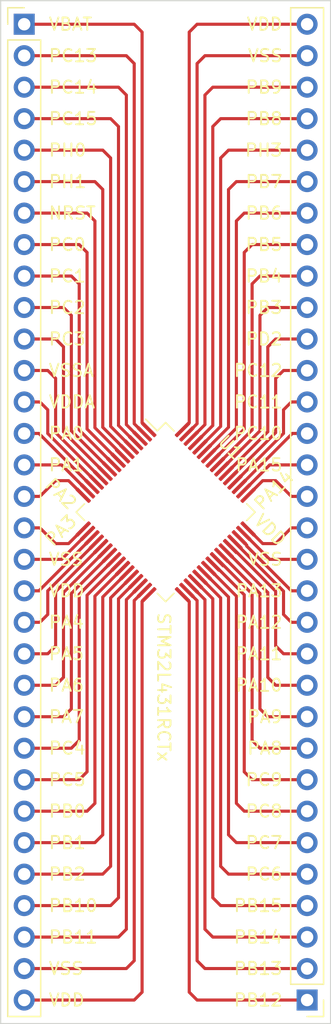
<source format=kicad_pcb>
(kicad_pcb (version 20211014) (generator pcbnew)
  (layers (0 "F.Cu" signal) (31 "B.Cu" signal) (34 "B.Paste" user) (35 "F.Paste" user) (36 "B.SilkS" user "B.Silkscreen") (37 "F.SilkS" user "F.Silkscreen") (38 "B.Mask" user) (39 "F.Mask" user) (44 "Edge.Cuts" user))
  (net 0 "")
  (net 1 "10")
  (net 2 "11")
  (net 3 "12")
  (net 4 "13")
  (net 5 "14")
  (net 6 "15")
  (net 7 "16")
  (net 8 "17")
  (net 9 "18")
  (net 10 "19")
  (net 11 "20")
  (net 12 "24")
  (net 13 "22")
  (net 14 "23")
  (net 15 "25")
  (net 16 "26")
  (net 17 "27")
  (net 18 "28")
  (net 19 "29")
  (net 20 "30")
  (net 21 "31")
  (net 22 "32")
  (net 23 "33")
  (net 24 "34")
  (net 25 "35")
  (net 26 "36")
  (net 27 "37")
  (net 28 "38")
  (net 29 "39")
  (net 30 "40")
  (net 31 "41")
  (net 32 "42")
  (net 33 "43")
  (net 34 "44")
  (net 35 "45")
  (net 36 "46")
  (net 37 "47")
  (net 38 "48")
  (net 39 "49")
  (net 40 "50")
  (net 41 "51")
  (net 42 "52")
  (net 43 "53")
  (net 44 "54")
  (net 45 "55")
  (net 46 "56")
  (net 47 "57")
  (net 48 "58")
  (net 49 "59")
  (net 50 "60")
  (net 51 "61")
  (net 52 "62")
  (net 53 "63")
  (net 54 "64")
  (net 55 "01")
  (net 56 "02")
  (net 57 "03")
  (net 58 "04")
  (net 59 "05")
  (net 60 "06")
  (net 61 "07")
  (net 62 "08")
  (net 63 "09")
  (net 64 "21")
  (footprint "Connector_PinHeader_2.54mm:PinHeader_1x32_P2.54mm_Vertical" (layer "F.Cu") (at 152.4 149.86 180)
    (fp_text reference "J2" hide)
    (fp_text value "Conn_01x32_Male" hide)
    (fp_line (start -1.33 0) (end -1.33 -1.33) (layer "F.SilkS") (width 0.12))
    (fp_line (start -1.33 1.27) (end 1.33 1.27) (layer "F.SilkS") (width 0.12))
    (fp_line (start -1.33 -1.33) (end 0 -1.33) (layer "F.SilkS") (width 0.12))
    (fp_line (start -1.33 80.07) (end 1.33 80.07) (layer "F.SilkS") (width 0.12))
    (fp_line (start 1.33 1.27) (end 1.33 80.07) (layer "F.SilkS") (width 0.12))
    (fp_line (start -1.33 1.27) (end -1.33 80.07) (layer "F.SilkS") (width 0.12))
    (pad "1" thru_hole rect (at 0 0 180) (size 1.7 1.7) (drill 1) (layers *.Cu *.Mask) (net 23 "33"))
    (pad "2" thru_hole oval (at 0 2.54 180) (size 1.7 1.7) (drill 1) (layers *.Cu *.Mask) (net 24 "34"))
    (pad "3" thru_hole oval (at 0 5.08 180) (size 1.7 1.7) (drill 1) (layers *.Cu *.Mask) (net 25 "35"))
    (pad "4" thru_hole oval (at 0 7.62 180) (size 1.7 1.7) (drill 1) (layers *.Cu *.Mask) (net 26 "36"))
    (pad "5" thru_hole oval (at 0 10.16 180) (size 1.7 1.7) (drill 1) (layers *.Cu *.Mask) (net 27 "37"))
    (pad "6" thru_hole oval (at 0 12.7 180) (size 1.7 1.7) (drill 1) (layers *.Cu *.Mask) (net 28 "38"))
    (pad "7" thru_hole oval (at 0 15.24 180) (size 1.7 1.7) (drill 1) (layers *.Cu *.Mask) (net 29 "39"))
    (pad "8" thru_hole oval (at 0 17.78 180) (size 1.7 1.7) (drill 1) (layers *.Cu *.Mask) (net 30 "40"))
    (pad "9" thru_hole oval (at 0 20.32 180) (size 1.7 1.7) (drill 1) (layers *.Cu *.Mask) (net 31 "41"))
    (pad "10" thru_hole oval (at 0 22.86 180) (size 1.7 1.7) (drill 1) (layers *.Cu *.Mask) (net 32 "42"))
    (pad "11" thru_hole oval (at 0 25.4 180) (size 1.7 1.7) (drill 1) (layers *.Cu *.Mask) (net 33 "43"))
    (pad "12" thru_hole oval (at 0 27.94 180) (size 1.7 1.7) (drill 1) (layers *.Cu *.Mask) (net 34 "44"))
    (pad "13" thru_hole oval (at 0 30.48 180) (size 1.7 1.7) (drill 1) (layers *.Cu *.Mask) (net 35 "45"))
    (pad "14" thru_hole oval (at 0 33.02 180) (size 1.7 1.7) (drill 1) (layers *.Cu *.Mask) (net 36 "46"))
    (pad "15" thru_hole oval (at 0 35.56 180) (size 1.7 1.7) (drill 1) (layers *.Cu *.Mask) (net 37 "47"))
    (pad "16" thru_hole oval (at 0 38.1 180) (size 1.7 1.7) (drill 1) (layers *.Cu *.Mask) (net 38 "48"))
    (pad "17" thru_hole oval (at 0 40.64 180) (size 1.7 1.7) (drill 1) (layers *.Cu *.Mask) (net 39 "49"))
    (pad "18" thru_hole oval (at 0 43.18 180) (size 1.7 1.7) (drill 1) (layers *.Cu *.Mask) (net 40 "50"))
    (pad "19" thru_hole oval (at 0 45.72 180) (size 1.7 1.7) (drill 1) (layers *.Cu *.Mask) (net 41 "51"))
    (pad "20" thru_hole oval (at 0 48.26 180) (size 1.7 1.7) (drill 1) (layers *.Cu *.Mask) (net 42 "52"))
    (pad "21" thru_hole oval (at 0 50.8 180) (size 1.7 1.7) (drill 1) (layers *.Cu *.Mask) (net 43 "53"))
    (pad "22" thru_hole oval (at 0 53.34 180) (size 1.7 1.7) (drill 1) (layers *.Cu *.Mask) (net 44 "54"))
    (pad "23" thru_hole oval (at 0 55.88 180) (size 1.7 1.7) (drill 1) (layers *.Cu *.Mask) (net 45 "55"))
    (pad "24" thru_hole oval (at 0 58.42 180) (size 1.7 1.7) (drill 1) (layers *.Cu *.Mask) (net 46 "56"))
    (pad "25" thru_hole oval (at 0 60.96 180) (size 1.7 1.7) (drill 1) (layers *.Cu *.Mask) (net 47 "57"))
    (pad "26" thru_hole oval (at 0 63.5 180) (size 1.7 1.7) (drill 1) (layers *.Cu *.Mask) (net 48 "58"))
    (pad "27" thru_hole oval (at 0 66.04 180) (size 1.7 1.7) (drill 1) (layers *.Cu *.Mask) (net 49 "59"))
    (pad "28" thru_hole oval (at 0 68.58 180) (size 1.7 1.7) (drill 1) (layers *.Cu *.Mask) (net 50 "60"))
    (pad "29" thru_hole oval (at 0 71.12 180) (size 1.7 1.7) (drill 1) (layers *.Cu *.Mask) (net 51 "61"))
    (pad "30" thru_hole oval (at 0 73.66 180) (size 1.7 1.7) (drill 1) (layers *.Cu *.Mask) (net 52 "62"))
    (pad "31" thru_hole oval (at 0 76.2 180) (size 1.7 1.7) (drill 1) (layers *.Cu *.Mask) (net 53 "63"))
    (pad "32" thru_hole oval (at 0 78.74 180) (size 1.7 1.7) (drill 1) (layers *.Cu *.Mask) (net 54 "64"))
  )
  (footprint "Connector_PinHeader_2.54mm:PinHeader_1x32_P2.54mm_Vertical" (layer "F.Cu") (at 129.54 71.12)
    (fp_text reference "J1" hide)
    (fp_text value "Conn_01x32_Male" hide)
    (fp_line (start -1.33 -1.33) (end 0 -1.33) (layer "F.SilkS") (width 0.12))
    (fp_line (start -1.33 80.07) (end 1.33 80.07) (layer "F.SilkS") (width 0.12))
    (fp_line (start -1.33 1.27) (end 1.33 1.27) (layer "F.SilkS") (width 0.12))
    (fp_line (start -1.33 0) (end -1.33 -1.33) (layer "F.SilkS") (width 0.12))
    (fp_line (start -1.33 1.27) (end -1.33 80.07) (layer "F.SilkS") (width 0.12))
    (fp_line (start 1.33 1.27) (end 1.33 80.07) (layer "F.SilkS") (width 0.12))
    (pad "1" thru_hole rect (at 0 0) (size 1.7 1.7) (drill 1) (layers *.Cu *.Mask) (net 55 "01"))
    (pad "2" thru_hole oval (at 0 2.54) (size 1.7 1.7) (drill 1) (layers *.Cu *.Mask) (net 56 "02"))
    (pad "3" thru_hole oval (at 0 5.08) (size 1.7 1.7) (drill 1) (layers *.Cu *.Mask) (net 57 "03"))
    (pad "4" thru_hole oval (at 0 7.62) (size 1.7 1.7) (drill 1) (layers *.Cu *.Mask) (net 58 "04"))
    (pad "5" thru_hole oval (at 0 10.16) (size 1.7 1.7) (drill 1) (layers *.Cu *.Mask) (net 59 "05"))
    (pad "6" thru_hole oval (at 0 12.7) (size 1.7 1.7) (drill 1) (layers *.Cu *.Mask) (net 60 "06"))
    (pad "7" thru_hole oval (at 0 15.24) (size 1.7 1.7) (drill 1) (layers *.Cu *.Mask) (net 61 "07"))
    (pad "8" thru_hole oval (at 0 17.78) (size 1.7 1.7) (drill 1) (layers *.Cu *.Mask) (net 62 "08"))
    (pad "9" thru_hole oval (at 0 20.32) (size 1.7 1.7) (drill 1) (layers *.Cu *.Mask) (net 63 "09"))
    (pad "10" thru_hole oval (at 0 22.86) (size 1.7 1.7) (drill 1) (layers *.Cu *.Mask) (net 1 "10"))
    (pad "11" thru_hole oval (at 0 25.4) (size 1.7 1.7) (drill 1) (layers *.Cu *.Mask) (net 2 "11"))
    (pad "12" thru_hole oval (at 0 27.94) (size 1.7 1.7) (drill 1) (layers *.Cu *.Mask) (net 3 "12"))
    (pad "13" thru_hole oval (at 0 30.48) (size 1.7 1.7) (drill 1) (layers *.Cu *.Mask) (net 4 "13"))
    (pad "14" thru_hole oval (at 0 33.02) (size 1.7 1.7) (drill 1) (layers *.Cu *.Mask) (net 5 "14"))
    (pad "15" thru_hole oval (at 0 35.56) (size 1.7 1.7) (drill 1) (layers *.Cu *.Mask) (net 6 "15"))
    (pad "16" thru_hole oval (at 0 38.1) (size 1.7 1.7) (drill 1) (layers *.Cu *.Mask) (net 7 "16"))
    (pad "17" thru_hole oval (at 0 40.64) (size 1.7 1.7) (drill 1) (layers *.Cu *.Mask) (net 8 "17"))
    (pad "18" thru_hole oval (at 0 43.18) (size 1.7 1.7) (drill 1) (layers *.Cu *.Mask) (net 9 "18"))
    (pad "19" thru_hole oval (at 0 45.72) (size 1.7 1.7) (drill 1) (layers *.Cu *.Mask) (net 10 "19"))
    (pad "20" thru_hole oval (at 0 48.26) (size 1.7 1.7) (drill 1) (layers *.Cu *.Mask) (net 11 "20"))
    (pad "21" thru_hole oval (at 0 50.8) (size 1.7 1.7) (drill 1) (layers *.Cu *.Mask) (net 64 "21"))
    (pad "22" thru_hole oval (at 0 53.34) (size 1.7 1.7) (drill 1) (layers *.Cu *.Mask) (net 13 "22"))
    (pad "23" thru_hole oval (at 0 55.88) (size 1.7 1.7) (drill 1) (layers *.Cu *.Mask) (net 14 "23"))
    (pad "24" thru_hole oval (at 0 58.42) (size 1.7 1.7) (drill 1) (layers *.Cu *.Mask) (net 12 "24"))
    (pad "25" thru_hole oval (at 0 60.96) (size 1.7 1.7) (drill 1) (layers *.Cu *.Mask) (net 15 "25"))
    (pad "26" thru_hole oval (at 0 63.5) (size 1.7 1.7) (drill 1) (layers *.Cu *.Mask) (net 16 "26"))
    (pad "27" thru_hole oval (at 0 66.04) (size 1.7 1.7) (drill 1) (layers *.Cu *.Mask) (net 17 "27"))
    (pad "28" thru_hole oval (at 0 68.58) (size 1.7 1.7) (drill 1) (layers *.Cu *.Mask) (net 18 "28"))
    (pad "29" thru_hole oval (at 0 71.12) (size 1.7 1.7) (drill 1) (layers *.Cu *.Mask) (net 19 "29"))
    (pad "30" thru_hole oval (at 0 73.66) (size 1.7 1.7) (drill 1) (layers *.Cu *.Mask) (net 20 "30"))
    (pad "31" thru_hole oval (at 0 76.2) (size 1.7 1.7) (drill 1) (layers *.Cu *.Mask) (net 21 "31"))
    (pad "32" thru_hole oval (at 0 78.74) (size 1.7 1.7) (drill 1) (layers *.Cu *.Mask) (net 22 "32"))
  )
  (footprint "Package_QFP:LQFP-64_10x10mm_P0.5mm" (layer "F.Cu") (at 140.97 110.49 -45)
    (fp_text reference "U1" (at 0 -7.4 135) (layer "F.SilkS"))
    (fp_text value "STM32L431RCTx" (at 9.878282 10.094077 270 unlocked) (layer "F.SilkS"))
    (fp_line (start -4.16 5.11) (end -5.11 5.11) (layer "F.SilkS") (width 0.12))
    (fp_line (start 4.16 5.11) (end 5.11 5.11) (layer "F.SilkS") (width 0.12))
    (fp_line (start -5.11 5.11) (end -5.11 4.16) (layer "F.SilkS") (width 0.12))
    (fp_line (start -4.16 -5.11) (end -5.11 -5.11) (layer "F.SilkS") (width 0.12))
    (fp_line (start 5.11 5.11) (end 5.11 4.16) (layer "F.SilkS") (width 0.12))
    (fp_line (start -5.11 -4.16) (end -6.45 -4.16) (layer "F.SilkS") (width 0.12))
    (fp_line (start 5.11 -5.11) (end 5.11 -4.16) (layer "F.SilkS") (width 0.12))
    (fp_line (start 4.16 -5.11) (end 5.11 -5.11) (layer "F.SilkS") (width 0.12))
    (fp_line (start -5.11 -5.11) (end -5.11 -4.16) (layer "F.SilkS") (width 0.12))
    (pad "1" smd roundrect (at -5.675 -3.75 315) (size 1.55 0.3) (layers "F.Cu" "F.Paste" "F.Mask") (net 55 "01"))
    (pad "2" smd roundrect (at -5.675 -3.25 315) (size 1.55 0.3) (layers "F.Cu" "F.Paste" "F.Mask") (net 56 "02"))
    (pad "3" smd roundrect (at -5.675 -2.75 315) (size 1.55 0.3) (layers "F.Cu" "F.Paste" "F.Mask") (net 57 "03"))
    (pad "4" smd roundrect (at -5.675 -2.25 315) (size 1.55 0.3) (layers "F.Cu" "F.Paste" "F.Mask") (net 58 "04"))
    (pad "5" smd roundrect (at -5.675 -1.75 315) (size 1.55 0.3) (layers "F.Cu" "F.Paste" "F.Mask") (net 59 "05"))
    (pad "6" smd roundrect (at -5.675 -1.25 315) (size 1.55 0.3) (layers "F.Cu" "F.Paste" "F.Mask") (net 60 "06"))
    (pad "7" smd roundrect (at -5.675 -0.75 315) (size 1.55 0.3) (layers "F.Cu" "F.Paste" "F.Mask") (net 61 "07"))
    (pad "8" smd roundrect (at -5.675 -0.25 315) (size 1.55 0.3) (layers "F.Cu" "F.Paste" "F.Mask") (net 62 "08"))
    (pad "9" smd roundrect (at -5.675 0.25 315) (size 1.55 0.3) (layers "F.Cu" "F.Paste" "F.Mask") (net 63 "09"))
    (pad "10" smd roundrect (at -5.675 0.75 315) (size 1.55 0.3) (layers "F.Cu" "F.Paste" "F.Mask") (net 1 "10"))
    (pad "11" smd roundrect (at -5.675 1.25 315) (size 1.55 0.3) (layers "F.Cu" "F.Paste" "F.Mask") (net 2 "11"))
    (pad "12" smd roundrect (at -5.675 1.75 315) (size 1.55 0.3) (layers "F.Cu" "F.Paste" "F.Mask") (net 3 "12"))
    (pad "13" smd roundrect (at -5.675 2.25 315) (size 1.55 0.3) (layers "F.Cu" "F.Paste" "F.Mask") (net 4 "13"))
    (pad "14" smd roundrect (at -5.675 2.75 315) (size 1.55 0.3) (layers "F.Cu" "F.Paste" "F.Mask") (net 5 "14"))
    (pad "15" smd roundrect (at -5.675 3.25 315) (size 1.55 0.3) (layers "F.Cu" "F.Paste" "F.Mask") (net 6 "15"))
    (pad "16" smd roundrect (at -5.675 3.75 315) (size 1.55 0.3) (layers "F.Cu" "F.Paste" "F.Mask") (net 7 "16"))
    (pad "17" smd roundrect (at -3.75 5.675 315) (size 0.3 1.55) (layers "F.Cu" "F.Paste" "F.Mask") (net 8 "17"))
    (pad "18" smd roundrect (at -3.25 5.675 315) (size 0.3 1.55) (layers "F.Cu" "F.Paste" "F.Mask") (net 9 "18"))
    (pad "19" smd roundrect (at -2.75 5.675 315) (size 0.3 1.55) (layers "F.Cu" "F.Paste" "F.Mask") (net 10 "19"))
    (pad "20" smd roundrect (at -2.25 5.675 315) (size 0.3 1.55) (layers "F.Cu" "F.Paste" "F.Mask") (net 11 "20"))
    (pad "21" smd roundrect (at -1.75 5.675 315) (size 0.3 1.55) (layers "F.Cu" "F.Paste" "F.Mask") (net 64 "21"))
    (pad "22" smd roundrect (at -1.25 5.675 315) (size 0.3 1.55) (layers "F.Cu" "F.Paste" "F.Mask") (net 13 "22"))
    (pad "23" smd roundrect (at -0.75 5.675 315) (size 0.3 1.55) (layers "F.Cu" "F.Paste" "F.Mask") (net 14 "23"))
    (pad "24" smd roundrect (at -0.25 5.675 315) (size 0.3 1.55) (layers "F.Cu" "F.Paste" "F.Mask") (net 12 "24"))
    (pad "25" smd roundrect (at 0.25 5.675 315) (size 0.3 1.55) (layers "F.Cu" "F.Paste" "F.Mask") (net 15 "25"))
    (pad "26" smd roundrect (at 0.75 5.675 315) (size 0.3 1.55) (layers "F.Cu" "F.Paste" "F.Mask") (net 16 "26"))
    (pad "27" smd roundrect (at 1.25 5.675 315) (size 0.3 1.55) (layers "F.Cu" "F.Paste" "F.Mask") (net 17 "27"))
    (pad "28" smd roundrect (at 1.75 5.675 315) (size 0.3 1.55) (layers "F.Cu" "F.Paste" "F.Mask") (net 18 "28"))
    (pad "29" smd roundrect (at 2.25 5.675 315) (size 0.3 1.55) (layers "F.Cu" "F.Paste" "F.Mask") (net 19 "29"))
    (pad "30" smd roundrect (at 2.75 5.675 315) (size 0.3 1.55) (layers "F.Cu" "F.Paste" "F.Mask") (net 20 "30"))
    (pad "31" smd roundrect (at 3.25 5.675 315) (size 0.3 1.55) (layers "F.Cu" "F.Paste" "F.Mask") (net 21 "31"))
    (pad "32" smd roundrect (at 3.75 5.675 315) (size 0.3 1.55) (layers "F.Cu" "F.Paste" "F.Mask") (net 22 "32"))
    (pad "33" smd roundrect (at 5.675 3.75 315) (size 1.55 0.3) (layers "F.Cu" "F.Paste" "F.Mask") (net 23 "33"))
    (pad "34" smd roundrect (at 5.675 3.25 315) (size 1.55 0.3) (layers "F.Cu" "F.Paste" "F.Mask") (net 24 "34"))
    (pad "35" smd roundrect (at 5.675 2.75 315) (size 1.55 0.3) (layers "F.Cu" "F.Paste" "F.Mask") (net 25 "35"))
    (pad "36" smd roundrect (at 5.675 2.25 315) (size 1.55 0.3) (layers "F.Cu" "F.Paste" "F.Mask") (net 26 "36"))
    (pad "37" smd roundrect (at 5.675 1.75 315) (size 1.55 0.3) (layers "F.Cu" "F.Paste" "F.Mask") (net 27 "37"))
    (pad "38" smd roundrect (at 5.675 1.25 315) (size 1.55 0.3) (layers "F.Cu" "F.Paste" "F.Mask") (net 28 "38"))
    (pad "39" smd roundrect (at 5.675 0.75 315) (size 1.55 0.3) (layers "F.Cu" "F.Paste" "F.Mask") (net 29 "39"))
    (pad "40" smd roundrect (at 5.675 0.25 315) (size 1.55 0.3) (layers "F.Cu" "F.Paste" "F.Mask") (net 30 "40"))
    (pad "41" smd roundrect (at 5.675 -0.25 315) (size 1.55 0.3) (layers "F.Cu" "F.Paste" "F.Mask") (net 31 "41"))
    (pad "42" smd roundrect (at 5.675 -0.75 315) (size 1.55 0.3) (layers "F.Cu" "F.Paste" "F.Mask") (net 32 "42"))
    (pad "43" smd roundrect (at 5.675 -1.25 315) (size 1.55 0.3) (layers "F.Cu" "F.Paste" "F.Mask") (net 33 "43"))
    (pad "44" smd roundrect (at 5.675 -1.75 315) (size 1.55 0.3) (layers "F.Cu" "F.Paste" "F.Mask") (net 34 "44"))
    (pad "45" smd roundrect (at 5.675 -2.25 315) (size 1.55 0.3) (layers "F.Cu" "F.Paste" "F.Mask") (net 35 "45"))
    (pad "46" smd roundrect (at 5.675 -2.75 315) (size 1.55 0.3) (layers "F.Cu" "F.Paste" "F.Mask") (net 36 "46"))
    (pad "47" smd roundrect (at 5.675 -3.25 315) (size 1.55 0.3) (layers "F.Cu" "F.Paste" "F.Mask") (net 37 "47"))
    (pad "48" smd roundrect (at 5.675 -3.75 315) (size 1.55 0.3) (layers "F.Cu" "F.Paste" "F.Mask") (net 38 "48"))
    (pad "49" smd roundrect (at 3.75 -5.675 315) (size 0.3 1.55) (layers "F.Cu" "F.Paste" "F.Mask") (net 39 "49"))
    (pad "50" smd roundrect (at 3.25 -5.675 315) (size 0.3 1.55) (layers "F.Cu" "F.Paste" "F.Mask") (net 40 "50"))
    (pad "51" smd roundrect (at 2.75 -5.675 315) (size 0.3 1.55) (layers "F.Cu" "F.Paste" "F.Mask") (net 41 "51"))
    (pad "52" smd roundrect (at 2.25 -5.675 315) (size 0.3 1.55) (layers "F.Cu" "F.Paste" "F.Mask") (net 42 "52"))
    (pad "53" smd roundrect (at 1.75 -5.675 315) (size 0.3 1.55) (layers "F.Cu" "F.Paste" "F.Mask") (net 43 "53"))
    (pad "54" smd roundrect (at 1.25 -5.675 315) (size 0.3 1.55) (layers "F.Cu" "F.Paste" "F.Mask") (net 44 "54"))
    (pad "55" smd roundrect (at 0.75 -5.675 315) (size 0.3 1.55) (layers "F.Cu" "F.Paste" "F.Mask") (net 45 "55"))
    (pad "56" smd roundrect (at 0.25 -5.675 315) (size 0.3 1.55) (layers "F.Cu" "F.Paste" "F.Mask") (net 46 "56"))
    (pad "57" smd roundrect (at -0.25 -5.675 315) (size 0.3 1.55) (layers "F.Cu" "F.Paste" "F.Mask") (net 47 "57"))
    (pad "58" smd roundrect (at -0.75 -5.675 315) (size 0.3 1.55) (layers "F.Cu" "F.Paste" "F.Mask") (net 48 "58"))
    (pad "59" smd roundrect (at -1.25 -5.675 315) (size 0.3 1.55) (layers "F.Cu" "F.Paste" "F.Mask") (net 49 "59"))
    (pad "60" smd roundrect (at -1.75 -5.675 315) (size 0.3 1.55) (layers "F.Cu" "F.Paste" "F.Mask") (net 50 "60"))
    (pad "61" smd roundrect (at -2.25 -5.675 315) (size 0.3 1.55) (layers "F.Cu" "F.Paste" "F.Mask") (net 51 "61"))
    (pad "62" smd roundrect (at -2.75 -5.675 315) (size 0.3 1.55) (layers "F.Cu" "F.Paste" "F.Mask") (net 52 "62"))
    (pad "63" smd roundrect (at -3.25 -5.675 315) (size 0.3 1.55) (layers "F.Cu" "F.Paste" "F.Mask") (net 53 "63"))
    (pad "64" smd roundrect (at -3.75 -5.675 315) (size 0.3 1.55) (layers "F.Cu" "F.Paste" "F.Mask") (net 54 "64"))
  )
  (gr_rect (start 127.635 151.765) (end 154.305 69.215) (layer "Edge.Cuts") (width 0.1) (fill none))
  (gr_text "PC9" (at 150.495 132.08) (layer "F.SilkS") (effects (font (size 1 1)) (justify right)))
  (gr_text "PB8" (at 150.495 78.74) (layer "F.SilkS") (effects (font (size 1 1)) (justify right)))
  (gr_text "VSS" (at 150.495 114.3) (layer "F.SilkS") (effects (font (size 1 1)) (justify right)))
  (gr_text "PA7" (at 131.445 127) (layer "F.SilkS") (effects (font (size 1 1)) (justify left)))
  (gr_text "PB13" (at 150.495 147.32) (layer "F.SilkS") (effects (font (size 1 1)) (justify right)))
  (gr_text "PA11" (at 150.495 121.92) (layer "F.SilkS") (effects (font (size 1 1)) (justify right)))
  (gr_text "PA13" (at 150.495 116.84) (layer "F.SilkS") (effects (font (size 1 1)) (justify right)))
  (gr_text "PB3" (at 150.495 93.98) (layer "F.SilkS") (effects (font (size 1 1)) (justify right)))
  (gr_text "PC15" (at 131.445 78.74) (layer "F.SilkS") (effects (font (size 1 1)) (justify left)))
  (gr_text "PB2" (at 131.445 139.7) (layer "F.SilkS") (effects (font (size 1 1)) (justify left)))
  (gr_text "PA10" (at 150.495 124.46) (layer "F.SilkS") (effects (font (size 1 1)) (justify right)))
  (gr_text "VDD" (at 150.495 113.03 315) (layer "F.SilkS") (effects (font (size 1 1)) (justify right)))
  (gr_text "PB7" (at 150.495 83.82) (layer "F.SilkS") (effects (font (size 1 1)) (justify right)))
  (gr_text "PB1" (at 131.445 137.16) (layer "F.SilkS") (effects (font (size 1 1)) (justify left)))
  (gr_text "PH3" (at 150.495 81.28) (layer "F.SilkS") (effects (font (size 1 1)) (justify right)))
  (gr_text "PB4" (at 150.495 91.44) (layer "F.SilkS") (effects (font (size 1 1)) (justify right)))
  (gr_text "PB10" (at 131.445 142.24) (layer "F.SilkS") (effects (font (size 1 1)) (justify left)))
  (gr_text "VBAT" (at 131.445 71.12) (layer "F.SilkS") (effects (font (size 1 1)) (justify left)))
  (gr_text "VDD" (at 150.495 71.12) (layer "F.SilkS") (effects (font (size 1 1)) (justify right)))
  (gr_text "PB12" (at 150.495 149.86) (layer "F.SilkS") (effects (font (size 1 1)) (justify right)))
  (gr_text "PA8" (at 150.495 129.54) (layer "F.SilkS") (effects (font (size 1 1)) (justify right)))
  (gr_text "PB5" (at 150.495 88.9) (layer "F.SilkS") (effects (font (size 1 1)) (justify right)))
  (gr_text "PA0" (at 131.445 104.14) (layer "F.SilkS") (effects (font (size 1 1)) (justify left)))
  (gr_text "PB0" (at 131.445 134.62) (layer "F.SilkS") (effects (font (size 1 1)) (justify left)))
  (gr_text "PC14" (at 131.445 76.2) (layer "F.SilkS") (effects (font (size 1 1)) (justify left)))
  (gr_text "VDD" (at 131.445 149.86) (layer "F.SilkS") (effects (font (size 1 1)) (justify left)))
  (gr_text "VSS" (at 131.445 114.3) (layer "F.SilkS") (effects (font (size 1 1)) (justify left)))
  (gr_text "VDDA" (at 131.445 101.6) (layer "F.SilkS") (effects (font (size 1 1)) (justify left)))
  (gr_text "VSS" (at 131.445 147.32) (layer "F.SilkS") (effects (font (size 1 1)) (justify left)))
  (gr_text "PC7" (at 150.495 137.16) (layer "F.SilkS") (effects (font (size 1 1)) (justify right)))
  (gr_text "VSSA" (at 131.445 99.06) (layer "F.SilkS") (effects (font (size 1 1)) (justify left)))
  (gr_text "PA15" (at 150.495 106.68) (layer "F.SilkS") (effects (font (size 1 1)) (justify right)))
  (gr_text "PH0" (at 131.445 81.28) (layer "F.SilkS") (effects (font (size 1 1)) (justify left)))
  (gr_text "PC13" (at 131.445 73.66) (layer "F.SilkS") (effects (font (size 1 1)) (justify left)))
  (gr_text "PA14" (at 151.13 107.315 45) (layer "F.SilkS") (effects (font (size 1 1)) (justify right)))
  (gr_text "PC8" (at 150.495 134.62) (layer "F.SilkS") (effects (font (size 1 1)) (justify right)))
  (gr_text "PA2" (at 131.445 107.95 315) (layer "F.SilkS") (effects (font (size 1 1)) (justify left)))
  (gr_text "PC6" (at 150.495 139.7) (layer "F.SilkS") (effects (font (size 1 1)) (justify right)))
  (gr_text "PA5" (at 131.445 121.92) (layer "F.SilkS") (effects (font (size 1 1)) (justify left)))
  (gr_text "PC10" (at 150.495 104.14) (layer "F.SilkS") (effects (font (size 1 1)) (justify right)))
  (gr_text "PA6" (at 131.445 124.46) (layer "F.SilkS") (effects (font (size 1 1)) (justify left)))
  (gr_text "PC5" (at 131.445 132.08) (layer "F.SilkS") (effects (font (size 1 1)) (justify left)))
  (gr_text "PB15" (at 150.495 142.24) (layer "F.SilkS") (effects (font (size 1 1)) (justify right)))
  (gr_text "PA1" (at 131.445 106.68) (layer "F.SilkS") (effects (font (size 1 1)) (justify left)))
  (gr_text "VSS" (at 150.495 73.66) (layer "F.SilkS") (effects (font (size 1 1)) (justify right)))
  (gr_text "PA12" (at 150.495 119.38) (layer "F.SilkS") (effects (font (size 1 1)) (justify right)))
  (gr_text "PC1" (at 131.445 91.44) (layer "F.SilkS") (effects (font (size 1 1)) (justify left)))
  (gr_text "PA3" (at 131.445 113.03 45) (layer "F.SilkS") (effects (font (size 1 1)) (justify left)))
  (gr_text "PC3" (at 131.445 96.52) (layer "F.SilkS") (effects (font (size 1 1)) (justify left)))
  (gr_text "PB14" (at 150.495 144.78) (layer "F.SilkS") (effects (font (size 1 1)) (justify right)))
  (gr_text "PD2" (at 150.495 96.52) (layer "F.SilkS") (effects (font (size 1 1)) (justify right)))
  (gr_text "VDD" (at 131.445 116.84) (layer "F.SilkS") (effects (font (size 1 1)) (justify left)))
  (gr_text "PA9" (at 150.495 127) (layer "F.SilkS") (effects (font (size 1 1)) (justify right)))
  (gr_text "PB6" (at 150.495 86.36) (layer "F.SilkS") (effects (font (size 1 1)) (justify right)))
  (gr_text "PH1" (at 131.445 83.82) (layer "F.SilkS") (effects (font (size 1 1)) (justify left)))
  (gr_text "PC4" (at 131.445 129.54) (layer "F.SilkS") (effects (font (size 1 1)) (justify left)))
  (gr_text "PC12" (at 150.495 99.06) (layer "F.SilkS") (effects (font (size 1 1)) (justify right)))
  (gr_text "NRST" (at 131.445 86.36) (layer "F.SilkS") (effects (font (size 1 1)) (justify left)))
  (gr_text "PC2" (at 131.445 93.98) (layer "F.SilkS") (effects (font (size 1 1)) (justify left)))
  (gr_text "PB9" (at 150.495 76.2) (layer "F.SilkS") (effects (font (size 1 1)) (justify right)))
  (gr_text "PC0" (at 131.445 88.9) (layer "F.SilkS") (effects (font (size 1 1)) (justify left)))
  (gr_text "PA4" (at 131.445 119.38) (layer "F.SilkS") (effects (font (size 1 1)) (justify left)))
  (gr_text "PC11" (at 150.495 101.6) (layer "F.SilkS") (effects (font (size 1 1)) (justify right)))
  (gr_text "PB11" (at 131.445 144.78) (layer "F.SilkS") (effects (font (size 1 1)) (justify left)))
  (segment (start 133.35 103.93066) (end 133.35 94.615) (width 0.25) (layer "F.Cu") (net 1))
  (segment (start 136.426839 107.007499) (end 133.35 103.93066) (width 0.25) (layer "F.Cu") (net 1))
  (segment (start 132.715 93.98) (end 129.54 93.98) (width 0.25) (layer "F.Cu") (net 1))
  (segment (start 133.35 94.615) (end 132.715 93.98) (width 0.25) (layer "F.Cu") (net 1))
  (segment (start 132.715 104.002766) (end 132.715 97.155) (width 0.25) (layer "F.Cu") (net 2))
  (segment (start 132.08 96.52) (end 129.54 96.52) (width 0.25) (layer "F.Cu") (net 2))
  (segment (start 132.715 97.155) (end 132.08 96.52) (width 0.25) (layer "F.Cu") (net 2))
  (segment (start 136.073286 107.361052) (end 132.715 104.002766) (width 0.25) (layer "F.Cu") (net 2))
  (segment (start 132.08 104.074874) (end 132.08 99.695) (width 0.25) (layer "F.Cu") (net 3))
  (segment (start 132.08 99.695) (end 131.445 99.06) (width 0.25) (layer "F.Cu") (net 3))
  (segment (start 135.719732 107.714606) (end 132.08 104.074874) (width 0.25) (layer "F.Cu") (net 3))
  (segment (start 131.445 99.06) (end 129.54 99.06) (width 0.25) (layer "F.Cu") (net 3))
  (segment (start 131.445 104.14698) (end 131.445 102.235) (width 0.25) (layer "F.Cu") (net 4))
  (segment (start 131.445 102.235) (end 130.81 101.6) (width 0.25) (layer "F.Cu") (net 4))
  (segment (start 130.81 101.6) (end 129.54 101.6) (width 0.25) (layer "F.Cu") (net 4))
  (segment (start 135.366179 108.068159) (end 131.445 104.14698) (width 0.25) (layer "F.Cu") (net 4))
  (segment (start 130.730912 104.14) (end 129.54 104.14) (width 0.25) (layer "F.Cu") (net 5))
  (segment (start 135.012625 108.421713) (end 130.730912 104.14) (width 0.25) (layer "F.Cu") (net 5))
  (segment (start 134.659072 108.775266) (end 132.563806 106.68) (width 0.25) (layer "F.Cu") (net 6))
  (segment (start 134.659072 108.775266) (end 134.659072 108.739912) (width 0.25) (layer "F.Cu") (net 6))
  (segment (start 132.563806 106.68) (end 129.54 106.68) (width 0.25) (layer "F.Cu") (net 6))
  (segment (start 132.08 107.95) (end 133.1267 107.95) (width 0.25) (layer "F.Cu") (net 7))
  (segment (start 129.54 109.22) (end 130.81 109.22) (width 0.25) (layer "F.Cu") (net 7))
  (segment (start 133.1267 107.95) (end 134.305519 109.128819) (width 0.25) (layer "F.Cu") (net 7))
  (segment (start 130.81 109.22) (end 132.08 107.95) (width 0.25) (layer "F.Cu") (net 7))
  (segment (start 133.1267 113.03) (end 132.08 113.03) (width 0.25) (layer "F.Cu") (net 8))
  (segment (start 130.81 111.76) (end 129.54 111.76) (width 0.25) (layer "F.Cu") (net 8))
  (segment (start 132.08 113.03) (end 130.81 111.76) (width 0.25) (layer "F.Cu") (net 8))
  (segment (start 134.305519 111.851181) (end 133.1267 113.03) (width 0.25) (layer "F.Cu") (net 8))
  (segment (start 132.563806 114.3) (end 129.54 114.3) (width 0.25) (layer "F.Cu") (net 9))
  (segment (start 134.659072 112.204734) (end 132.563806 114.3) (width 0.25) (layer "F.Cu") (net 9))
  (segment (start 135.012625 112.558287) (end 130.81 116.760912) (width 0.25) (layer "F.Cu") (net 10))
  (segment (start 130.81 116.84) (end 129.54 116.84) (width 0.25) (layer "F.Cu") (net 10))
  (segment (start 130.81 116.760912) (end 130.81 116.84) (width 0.25) (layer "F.Cu") (net 10))
  (segment (start 131.445 118.745) (end 130.81 119.38) (width 0.25) (layer "F.Cu") (net 11))
  (segment (start 135.366179 112.918821) (end 131.445 116.84) (width 0.25) (layer "F.Cu") (net 11))
  (segment (start 130.81 119.38) (end 129.54 119.38) (width 0.25) (layer "F.Cu") (net 11))
  (segment (start 131.445 116.84) (end 131.445 118.745) (width 0.25) (layer "F.Cu") (net 11))
  (segment (start 135.366179 112.911841) (end 135.366179 112.918821) (width 0.25) (layer "F.Cu") (net 11))
  (segment (start 133.985 117.121446) (end 133.985 128.905) (width 0.25) (layer "F.Cu") (net 12))
  (segment (start 133.35 129.54) (end 129.54 129.54) (width 0.25) (layer "F.Cu") (net 12))
  (segment (start 136.780392 114.326054) (end 133.985 117.121446) (width 0.25) (layer "F.Cu") (net 12))
  (segment (start 133.985 128.905) (end 133.35 129.54) (width 0.25) (layer "F.Cu") (net 12))
  (segment (start 136.073286 113.618948) (end 132.715 116.977234) (width 0.25) (layer "F.Cu") (net 13))
  (segment (start 132.08 124.46) (end 129.54 124.46) (width 0.25) (layer "F.Cu") (net 13))
  (segment (start 132.715 116.977234) (end 132.715 123.825) (width 0.25) (layer "F.Cu") (net 13))
  (segment (start 132.715 123.825) (end 132.08 124.46) (width 0.25) (layer "F.Cu") (net 13))
  (segment (start 133.35 117.04934) (end 133.35 126.365) (width 0.25) (layer "F.Cu") (net 14))
  (segment (start 133.35 126.365) (end 132.715 127) (width 0.25) (layer "F.Cu") (net 14))
  (segment (start 132.715 127) (end 129.54 127) (width 0.25) (layer "F.Cu") (net 14))
  (segment (start 136.426839 113.972501) (end 133.35 117.04934) (width 0.25) (layer "F.Cu") (net 14))
  (segment (start 129.54 132.08) (end 133.985 132.08) (width 0.25) (layer "F.Cu") (net 15))
  (segment (start 133.985 132.08) (end 134.62 131.445) (width 0.25) (layer "F.Cu") (net 15))
  (segment (start 134.62 117.193554) (end 137.133946 114.679608) (width 0.25) (layer "F.Cu") (net 15))
  (segment (start 134.62 131.445) (end 134.62 117.193554) (width 0.25) (layer "F.Cu") (net 15))
  (segment (start 135.255 133.985) (end 134.62 134.62) (width 0.25) (layer "F.Cu") (net 16))
  (segment (start 134.62 134.62) (end 129.54 134.62) (width 0.25) (layer "F.Cu") (net 16))
  (segment (start 137.487499 115.033161) (end 135.255 117.26566) (width 0.25) (layer "F.Cu") (net 16))
  (segment (start 135.255 117.26566) (end 135.255 133.985) (width 0.25) (layer "F.Cu") (net 16))
  (segment (start 135.89 136.525) (end 135.255 137.16) (width 0.25) (layer "F.Cu") (net 17))
  (segment (start 135.89 117.337766) (end 135.89 136.525) (width 0.25) (layer "F.Cu") (net 17))
  (segment (start 137.841052 115.386714) (end 135.89 117.337766) (width 0.25) (layer "F.Cu") (net 17))
  (segment (start 135.255 137.16) (end 129.54 137.16) (width 0.25) (layer "F.Cu") (net 17))
  (segment (start 136.525 117.409874) (end 136.525 139.065) (width 0.25) (layer "F.Cu") (net 18))
  (segment (start 138.194606 115.740268) (end 136.525 117.409874) (width 0.25) (layer "F.Cu") (net 18))
  (segment (start 135.89 139.7) (end 129.54 139.7) (width 0.25) (layer "F.Cu") (net 18))
  (segment (start 136.525 139.065) (end 135.89 139.7) (width 0.25) (layer "F.Cu") (net 18))
  (segment (start 137.16 141.605) (end 136.525 142.24) (width 0.25) (layer "F.Cu") (net 19))
  (segment (start 136.525 142.24) (end 129.54 142.24) (width 0.25) (layer "F.Cu") (net 19))
  (segment (start 138.548159 116.093821) (end 137.16 117.48198) (width 0.25) (layer "F.Cu") (net 19))
  (segment (start 137.16 117.48198) (end 137.16 141.605) (width 0.25) (layer "F.Cu") (net 19))
  (segment (start 138.901713 116.447375) (end 137.795 117.554088) (width 0.25) (layer "F.Cu") (net 20))
  (segment (start 137.795 144.145) (end 137.16 144.78) (width 0.25) (layer "F.Cu") (net 20))
  (segment (start 137.795 117.554088) (end 137.795 144.145) (width 0.25) (layer "F.Cu") (net 20))
  (segment (start 137.16 144.78) (end 129.54 144.78) (width 0.25) (layer "F.Cu") (net 20))
  (segment (start 137.795 147.32) (end 129.54 147.32) (width 0.25) (layer "F.Cu") (net 21))
  (segment (start 139.255266 116.800928) (end 138.43 117.626194) (width 0.25) (layer "F.Cu") (net 21))
  (segment (start 138.43 146.685) (end 137.795 147.32) (width 0.25) (layer "F.Cu") (net 21))
  (segment (start 138.43 117.626194) (end 138.43 146.685) (width 0.25) (layer "F.Cu") (net 21))
  (segment (start 139.065 149.225) (end 139.065 117.6983) (width 0.25) (layer "F.Cu") (net 22))
  (segment (start 139.065 117.6983) (end 139.608819 117.154481) (width 0.25) (layer "F.Cu") (net 22))
  (segment (start 129.54 149.86) (end 138.43 149.86) (width 0.25) (layer "F.Cu") (net 22))
  (segment (start 138.43 149.86) (end 139.065 149.225) (width 0.25) (layer "F.Cu") (net 22))
  (segment (start 142.331181 117.154481) (end 142.875 117.6983) (width 0.25) (layer "F.Cu") (net 23))
  (segment (start 142.875 149.225) (end 143.51 149.86) (width 0.25) (layer "F.Cu") (net 23))
  (segment (start 142.875 117.6983) (end 142.875 149.225) (width 0.25) (layer "F.Cu") (net 23))
  (segment (start 143.51 149.86) (end 152.4 149.86) (width 0.25) (layer "F.Cu") (net 23))
  (segment (start 144.145 147.32) (end 152.4 147.32) (width 0.25) (layer "F.Cu") (net 24))
  (segment (start 143.51 146.685) (end 144.145 147.32) (width 0.25) (layer "F.Cu") (net 24))
  (segment (start 142.684734 116.800928) (end 143.51 117.626194) (width 0.25) (layer "F.Cu") (net 24))
  (segment (start 143.51 117.626194) (end 143.51 146.685) (width 0.25) (layer "F.Cu") (net 24))
  (segment (start 144.145 144.145) (end 144.78 144.78) (width 0.25) (layer "F.Cu") (net 25))
  (segment (start 144.145 117.554088) (end 144.145 144.145) (width 0.25) (layer "F.Cu") (net 25))
  (segment (start 144.78 144.78) (end 152.4 144.78) (width 0.25) (layer "F.Cu") (net 25))
  (segment (start 143.038287 116.447375) (end 144.145 117.554088) (width 0.25) (layer "F.Cu") (net 25))
  (segment (start 144.78 117.48198) (end 144.78 141.605) (width 0.25) (layer "F.Cu") (net 26))
  (segment (start 143.391841 116.093821) (end 144.78 117.48198) (width 0.25) (layer "F.Cu") (net 26))
  (segment (start 144.78 141.605) (end 145.415 142.24) (width 0.25) (layer "F.Cu") (net 26))
  (segment (start 145.415 142.24) (end 152.4 142.24) (width 0.25) (layer "F.Cu") (net 26))
  (segment (start 145.415 139.065) (end 146.05 139.7) (width 0.25) (layer "F.Cu") (net 27))
  (segment (start 145.415 117.409874) (end 145.415 139.065) (width 0.25) (layer "F.Cu") (net 27))
  (segment (start 146.05 139.7) (end 152.4 139.7) (width 0.25) (layer "F.Cu") (net 27))
  (segment (start 143.745394 115.740268) (end 145.415 117.409874) (width 0.25) (layer "F.Cu") (net 27))
  (segment (start 146.05 117.337766) (end 146.05 136.525) (width 0.25) (layer "F.Cu") (net 28))
  (segment (start 144.098948 115.386714) (end 146.05 117.337766) (width 0.25) (layer "F.Cu") (net 28))
  (segment (start 146.05 136.525) (end 146.685 137.16) (width 0.25) (layer "F.Cu") (net 28))
  (segment (start 146.685 137.16) (end 152.4 137.16) (width 0.25) (layer "F.Cu") (net 28))
  (segment (start 147.32 134.62) (end 152.4 134.62) (width 0.25) (layer "F.Cu") (net 29))
  (segment (start 144.452501 115.033161) (end 146.685 117.26566) (width 0.25) (layer "F.Cu") (net 29))
  (segment (start 146.685 117.26566) (end 146.685 133.985) (width 0.25) (layer "F.Cu") (net 29))
  (segment (start 146.685 133.985) (end 147.32 134.62) (width 0.25) (layer "F.Cu") (net 29))
  (segment (start 147.32 131.445) (end 147.955 132.08) (width 0.25) (layer "F.Cu") (net 30))
  (segment (start 147.955 132.08) (end 152.4 132.08) (width 0.25) (layer "F.Cu") (net 30))
  (segment (start 147.32 117.158198) (end 147.32 131.445) (width 0.25) (layer "F.Cu") (net 30))
  (segment (start 144.84141 114.679608) (end 147.32 117.158198) (width 0.25) (layer "F.Cu") (net 30))
  (segment (start 144.806054 114.679608) (end 144.84141 114.679608) (width 0.25) (layer "F.Cu") (net 30))
  (segment (start 147.955 128.905) (end 148.59 129.54) (width 0.25) (layer "F.Cu") (net 31))
  (segment (start 147.955 117.086092) (end 147.955 128.905) (width 0.25) (layer "F.Cu") (net 31))
  (segment (start 145.194962 114.326054) (end 147.955 117.086092) (width 0.25) (layer "F.Cu") (net 31))
  (segment (start 148.59 129.54) (end 152.4 129.54) (width 0.25) (layer "F.Cu") (net 31))
  (segment (start 145.159608 114.326054) (end 145.194962 114.326054) (width 0.25) (layer "F.Cu") (net 31))
  (segment (start 148.59 126.365) (end 149.225 127) (width 0.25) (layer "F.Cu") (net 32))
  (segment (start 148.59 117.04934) (end 148.59 126.365) (width 0.25) (layer "F.Cu") (net 32))
  (segment (start 145.513161 113.972501) (end 148.59 117.04934) (width 0.25) (layer "F.Cu") (net 32))
  (segment (start 149.225 127) (end 152.4 127) (width 0.25) (layer "F.Cu") (net 32))
  (segment (start 149.225 116.977234) (end 149.225 123.825) (width 0.25) (layer "F.Cu") (net 33))
  (segment (start 149.86 124.46) (end 152.4 124.46) (width 0.25) (layer "F.Cu") (net 33))
  (segment (start 145.866714 113.618948) (end 149.225 116.977234) (width 0.25) (layer "F.Cu") (net 33))
  (segment (start 149.225 123.825) (end 149.86 124.46) (width 0.25) (layer "F.Cu") (net 33))
  (segment (start 146.255622 113.265394) (end 149.86 116.86977) (width 0.25) (layer "F.Cu") (net 34))
  (segment (start 150.495 121.92) (end 152.4 121.92) (width 0.25) (layer "F.Cu") (net 34))
  (segment (start 149.86 116.86977) (end 149.86 121.285) (width 0.25) (layer "F.Cu") (net 34))
  (segment (start 146.220268 113.265394) (end 146.255622 113.265394) (width 0.25) (layer "F.Cu") (net 34))
  (segment (start 149.86 121.285) (end 150.495 121.92) (width 0.25) (layer "F.Cu") (net 34))
  (segment (start 146.573821 112.947195) (end 150.495 116.868374) (width 0.25) (layer "F.Cu") (net 35))
  (segment (start 150.495 116.868374) (end 150.495 118.745) (width 0.25) (layer "F.Cu") (net 35))
  (segment (start 151.13 119.38) (end 152.4 119.38) (width 0.25) (layer "F.Cu") (net 35))
  (segment (start 150.495 118.745) (end 151.13 119.38) (width 0.25) (layer "F.Cu") (net 35))
  (segment (start 146.573821 112.911841) (end 146.573821 112.947195) (width 0.25) (layer "F.Cu") (net 35))
  (segment (start 151.13 116.84) (end 152.4 116.84) (width 0.25) (layer "F.Cu") (net 36))
  (segment (start 146.927375 112.558287) (end 147.521829 113.152741) (width 0.25) (layer "F.Cu") (net 36))
  (segment (start 147.521829 113.231829) (end 151.13 116.84) (width 0.25) (layer "F.Cu") (net 36))
  (segment (start 147.521829 113.152741) (end 147.521829 113.231829) (width 0.25) (layer "F.Cu") (net 36))
  (segment (start 147.280928 112.204734) (end 149.376194 114.3) (width 0.25) (layer "F.Cu") (net 37))
  (segment (start 149.376194 114.3) (end 152.4 114.3) (width 0.25) (layer "F.Cu") (net 37))
  (segment (start 151.13 111.76) (end 152.4 111.76) (width 0.25) (layer "F.Cu") (net 38))
  (segment (start 147.634481 111.851181) (end 148.8133 113.03) (width 0.25) (layer "F.Cu") (net 38))
  (segment (start 149.86 113.03) (end 151.13 111.76) (width 0.25) (layer "F.Cu") (net 38))
  (segment (start 148.8133 113.03) (end 149.86 113.03) (width 0.25) (layer "F.Cu") (net 38))
  (segment (start 152.4 109.22) (end 151.13 109.22) (width 0.25) (layer "F.Cu") (net 39))
  (segment (start 148.8133 107.95) (end 147.634481 109.128819) (width 0.25) (layer "F.Cu") (net 39))
  (segment (start 149.86 107.95) (end 148.8133 107.95) (width 0.25) (layer "F.Cu") (net 39))
  (segment (start 151.13 109.22) (end 149.86 107.95) (width 0.25) (layer "F.Cu") (net 39))
  (segment (start 152.4 106.68) (end 149.376194 106.68) (width 0.25) (layer "F.Cu") (net 40))
  (segment (start 149.376194 106.68) (end 147.280928 108.775266) (width 0.25) (layer "F.Cu") (net 40))
  (segment (start 152.4 104.14) (end 151.209088 104.14) (width 0.25) (layer "F.Cu") (net 41))
  (segment (start 151.209088 104.14) (end 146.927375 108.421713) (width 0.25) (layer "F.Cu") (net 41))
  (segment (start 151.13 101.6) (end 152.4 101.6) (width 0.25) (layer "F.Cu") (net 42))
  (segment (start 150.495 104.14) (end 150.495 102.235) (width 0.25) (layer "F.Cu") (net 42))
  (segment (start 150.495 102.235) (end 151.13 101.6) (width 0.25) (layer "F.Cu") (net 42))
  (segment (start 146.573821 108.061179) (end 150.495 104.14) (width 0.25) (layer "F.Cu") (net 42))
  (segment (start 146.573821 108.068159) (end 146.573821 108.061179) (width 0.25) (layer "F.Cu") (net 42))
  (segment (start 149.86 104.074874) (end 146.220268 107.714606) (width 0.25) (layer "F.Cu") (net 43))
  (segment (start 152.4 99.06) (end 150.495 99.06) (width 0.25) (layer "F.Cu") (net 43))
  (segment (start 150.495 99.06) (end 149.86 99.695) (width 0.25) (layer "F.Cu") (net 43))
  (segment (start 149.86 99.695) (end 149.86 104.074874) (width 0.25) (layer "F.Cu") (net 43))
  (segment (start 152.4 96.52) (end 149.86 96.52) (width 0.25) (layer "F.Cu") (net 44))
  (segment (start 149.225 97.155) (end 149.225 104.002766) (width 0.25) (layer "F.Cu") (net 44))
  (segment (start 149.86 96.52) (end 149.225 97.155) (width 0.25) (layer "F.Cu") (net 44))
  (segment (start 149.225 104.002766) (end 145.866714 107.361052) (width 0.25) (layer "F.Cu") (net 44))
  (segment (start 149.225 93.98) (end 148.59 94.615) (width 0.25) (layer "F.Cu") (net 45))
  (segment (start 148.59 94.615) (end 148.59 103.93066) (width 0.25) (layer "F.Cu") (net 45))
  (segment (start 148.59 103.93066) (end 145.513161 107.007499) (width 0.25) (layer "F.Cu") (net 45))
  (segment (start 152.4 93.98) (end 149.225 93.98) (width 0.25) (layer "F.Cu") (net 45))
  (segment (start 148.59 91.44) (end 147.955 92.075) (width 0.25) (layer "F.Cu") (net 46))
  (segment (start 152.4 91.44) (end 148.59 91.44) (width 0.25) (layer "F.Cu") (net 46))
  (segment (start 147.955 92.075) (end 147.955 103.858554) (width 0.25) (layer "F.Cu") (net 46))
  (segment (start 147.955 103.858554) (end 145.159608 106.653946) (width 0.25) (layer "F.Cu") (net 46))
  (segment (start 152.4 88.9) (end 147.955 88.9) (width 0.25) (layer "F.Cu") (net 47))
  (segment (start 147.32 89.535) (end 147.32 103.786446) (width 0.25) (layer "F.Cu") (net 47))
  (segment (start 147.32 103.786446) (end 144.806054 106.300392) (width 0.25) (layer "F.Cu") (net 47))
  (segment (start 147.955 88.9) (end 147.32 89.535) (width 0.25) (layer "F.Cu") (net 47))
  (segment (start 147.32 86.36) (end 146.685 86.995) (width 0.25) (layer "F.Cu") (net 48))
  (segment (start 146.685 103.71434) (end 144.452501 105.946839) (width 0.25) (layer "F.Cu") (net 48))
  (segment (start 152.4 86.36) (end 147.32 86.36) (width 0.25) (layer "F.Cu") (net 48))
  (segment (start 146.685 86.995) (end 146.685 103.71434) (width 0.25) (layer "F.Cu") (net 48))
  (segment (start 152.4 83.82) (end 146.685 83.82) (width 0.25) (layer "F.Cu") (net 49))
  (segment (start 146.05 84.455) (end 146.05 103.642234) (width 0.25) (layer "F.Cu") (net 49))
  (segment (start 146.685 83.82) (end 146.05 84.455) (width 0.25) (layer "F.Cu") (net 49))
  (segment (start 146.05 103.642234) (end 144.098948 105.593286) (width 0.25) (layer "F.Cu") (net 49))
  (segment (start 145.415 103.570126) (end 143.745394 105.239732) (width 0.25) (layer "F.Cu") (net 50))
  (segment (start 145.415 81.915) (end 145.415 103.570126) (width 0.25) (layer "F.Cu") (net 50))
  (segment (start 146.05 81.28) (end 145.415 81.915) (width 0.25) (layer "F.Cu") (net 50))
  (segment (start 152.4 81.28) (end 146.05 81.28) (width 0.25) (layer "F.Cu") (net 50))
  (segment (start 144.78 79.375) (end 144.78 103.49802) (width 0.25) (layer "F.Cu") (net 51))
  (segment (start 144.78 103.49802) (end 143.391841 104.886179) (width 0.25) (layer "F.Cu") (net 51))
  (segment (start 145.415 78.74) (end 144.78 79.375) (width 0.25) (layer "F.Cu") (net 51))
  (segment (start 152.4 78.74) (end 145.415 78.74) (width 0.25) (layer "F.Cu") (net 51))
  (segment (start 144.145 76.835) (end 144.145 103.425912) (width 0.25) (layer "F.Cu") (net 52))
  (segment (start 144.145 103.425912) (end 143.038287 104.532625) (width 0.25) (layer "F.Cu") (net 52))
  (segment (start 144.78 76.2) (end 144.145 76.835) (width 0.25) (layer "F.Cu") (net 52))
  (segment (start 152.4 76.2) (end 144.78 76.2) (width 0.25) (layer "F.Cu") (net 52))
  (segment (start 144.145 73.66) (end 143.51 74.295) (width 0.25) (layer "F.Cu") (net 53))
  (segment (start 143.51 74.295) (end 143.51 103.353806) (width 0.25) (layer "F.Cu") (net 53))
  (segment (start 143.51 103.353806) (end 142.684734 104.179072) (width 0.25) (layer "F.Cu") (net 53))
  (segment (start 152.4 73.66) (end 144.145 73.66) (width 0.25) (layer "F.Cu") (net 53))
  (segment (start 142.875 71.755) (end 142.875 103.2817) (width 0.25) (layer "F.Cu") (net 54))
  (segment (start 143.51 71.12) (end 142.875 71.755) (width 0.25) (layer "F.Cu") (net 54))
  (segment (start 142.875 103.2817) (end 142.331181 103.825519) (width 0.25) (layer "F.Cu") (net 54))
  (segment (start 152.4 71.12) (end 143.51 71.12) (width 0.25) (layer "F.Cu") (net 54))
  (segment (start 138.43 71.12) (end 139.065 71.755) (width 0.25) (layer "F.Cu") (net 55))
  (segment (start 129.54 71.12) (end 138.43 71.12) (width 0.25) (layer "F.Cu") (net 55))
  (segment (start 139.065 103.2817) (end 139.608819 103.825519) (width 0.25) (layer "F.Cu") (net 55))
  (segment (start 139.065 71.755) (end 139.065 103.2817) (width 0.25) (layer "F.Cu") (net 55))
  (segment (start 129.54 73.66) (end 137.795 73.66) (width 0.25) (layer "F.Cu") (net 56))
  (segment (start 138.43 74.295) (end 138.43 103.353806) (width 0.25) (layer "F.Cu") (net 56))
  (segment (start 137.795 73.66) (end 138.43 74.295) (width 0.25) (layer "F.Cu") (net 56))
  (segment (start 138.43 103.353806) (end 139.255266 104.179072) (width 0.25) (layer "F.Cu") (net 56))
  (segment (start 137.16 76.2) (end 137.795 76.835) (width 0.25) (layer "F.Cu") (net 57))
  (segment (start 137.795 103.425912) (end 138.901713 104.532625) (width 0.25) (layer "F.Cu") (net 57))
  (segment (start 129.54 76.2) (end 137.16 76.2) (width 0.25) (layer "F.Cu") (net 57))
  (segment (start 137.795 76.835) (end 137.795 103.425912) (width 0.25) (layer "F.Cu") (net 57))
  (segment (start 137.16 79.375) (end 137.16 103.49802) (width 0.25) (layer "F.Cu") (net 58))
  (segment (start 137.16 103.49802) (end 138.548159 104.886179) (width 0.25) (layer "F.Cu") (net 58))
  (segment (start 129.54 78.74) (end 136.525 78.74) (width 0.25) (layer "F.Cu") (net 58))
  (segment (start 136.525 78.74) (end 137.16 79.375) (width 0.25) (layer "F.Cu") (net 58))
  (segment (start 136.525 103.570126) (end 138.194606 105.239732) (width 0.25) (layer "F.Cu") (net 59))
  (segment (start 135.89 81.28) (end 136.525 81.915) (width 0.25) (layer "F.Cu") (net 59))
  (segment (start 136.525 81.915) (end 136.525 103.570126) (width 0.25) (layer "F.Cu") (net 59))
  (segment (start 129.54 81.28) (end 135.89 81.28) (width 0.25) (layer "F.Cu") (net 59))
  (segment (start 135.255 83.82) (end 135.89 84.455) (width 0.25) (layer "F.Cu") (net 60))
  (segment (start 129.54 83.82) (end 135.255 83.82) (width 0.25) (layer "F.Cu") (net 60))
  (segment (start 135.89 84.455) (end 135.89 103.642234) (width 0.25) (layer "F.Cu") (net 60))
  (segment (start 135.89 103.642234) (end 137.841052 105.593286) (width 0.25) (layer "F.Cu") (net 60))
  (segment (start 135.255 86.995) (end 135.255 103.678986) (width 0.25) (layer "F.Cu") (net 61))
  (segment (start 137.672653 106.131993) (end 137.487499 105.946839) (width 0.25) (layer "F.Cu") (net 61))
  (segment (start 134.62 86.36) (end 135.255 86.995) (width 0.25) (layer "F.Cu") (net 61))
  (segment (start 129.54 86.36) (end 134.62 86.36) (width 0.25) (layer "F.Cu") (net 61))
  (segment (start 135.255 103.678986) (end 137.708007 106.131993) (width 0.25) (layer "F.Cu") (net 61))
  (segment (start 137.708007 106.131993) (end 137.672653 106.131993) (width 0.25) (layer "F.Cu") (net 61))
  (segment (start 133.985 88.9) (end 134.62 89.535) (width 0.25) (layer "F.Cu") (net 62))
  (segment (start 134.62 89.535) (end 134.62 103.786446) (width 0.25) (layer "F.Cu") (net 62))
  (segment (start 129.54 88.9) (end 133.985 88.9) (width 0.25) (layer "F.Cu") (net 62))
  (segment (start 134.62 103.786446) (end 137.133946 106.300392) (width 0.25) (layer "F.Cu") (net 62))
  (segment (start 136.780392 106.653946) (end 133.985 103.858554) (width 0.25) (layer "F.Cu") (net 63))
  (segment (start 133.985 103.858554) (end 133.985 92.075) (width 0.25) (layer "F.Cu") (net 63))
  (segment (start 133.985 92.075) (end 133.35 91.44) (width 0.25) (layer "F.Cu") (net 63))
  (segment (start 133.35 91.44) (end 129.54 91.44) (width 0.25) (layer "F.Cu") (net 63))
  (segment (start 135.719732 113.265394) (end 132.08 116.905126) (width 0.25) (layer "F.Cu") (net 64))
  (segment (start 132.08 121.285) (end 131.445 121.92) (width 0.25) (layer "F.Cu") (net 64))
  (segment (start 132.08 116.905126) (end 132.08 121.285) (width 0.25) (layer "F.Cu") (net 64))
  (segment (start 131.445 121.92) (end 129.54 121.92) (width 0.25) (layer "F.Cu") (net 64))
)
</source>
